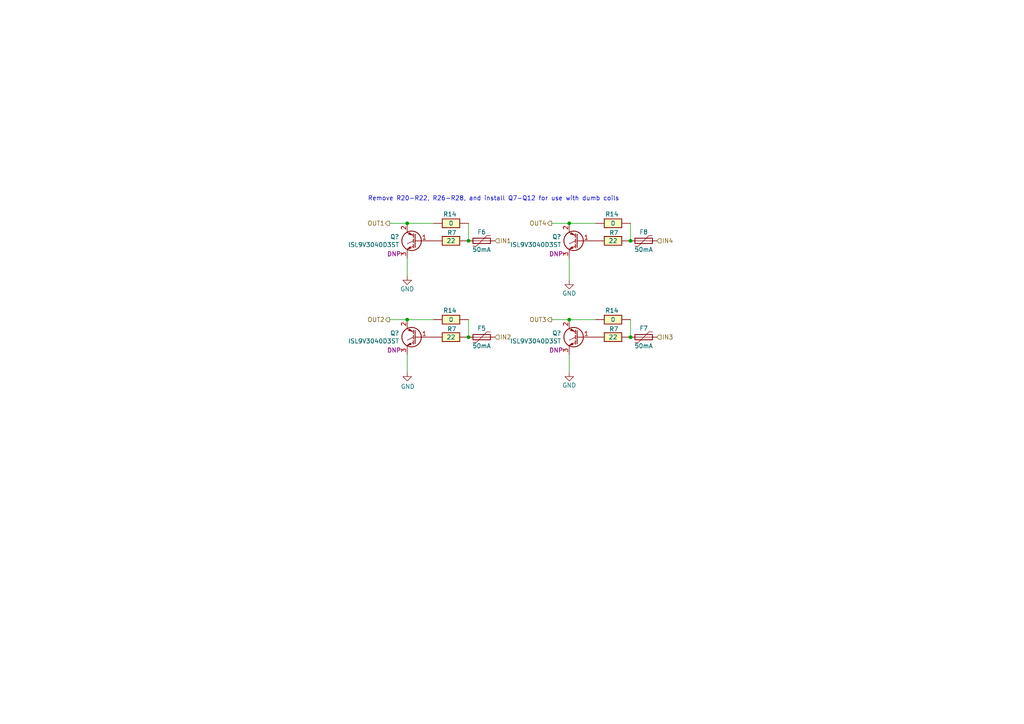
<source format=kicad_sch>
(kicad_sch (version 20250114) (generator "eeschema") (generator_version "9.0")
  (paper "A4")
  (title_block (title "UA4EFI") (date "2025-04-30") (rev "A"))
  (lib_symbols
    (symbol "Device:Polyfuse" (pin_numbers (hide yes)) (pin_names (offset 0))
      (property "Reference" "F" (at -2.54 0 90))
      (property "Value" "Polyfuse" (at 2.54 0 90))
      (symbol "Polyfuse_0_1"
        (polyline (pts (xy -1.524 2.54) (xy -1.524 1.524) (xy 1.524 -1.524) (xy 1.524 -2.54)))
        (rectangle (start -0.762 2.54) (end 0.762 -2.54) (stroke (width 0.254)))
        (polyline (pts (xy 0 2.54) (xy 0 -2.54)))
      )
      (symbol "Polyfuse_1_1"
        (pin passive line (at 0 3.81 270) (length 1.27) (name "~") (number "1"))
        (pin passive line (at 0 -3.81 90) (length 1.27) (name "~") (number "2"))
      )
    )
    (symbol "Device:Q_NIGBT_GCE" (pin_names (offset 0) (hide yes))
      (property "Reference" "Q" (at 5.08 1.27 0))
      (property "Value" "Q_NIGBT_GCE" (at 5.08 -1.27 0))
      (symbol "Q_NIGBT_GCE_0_1"
        (polyline (pts (xy 0.254 1.905) (xy 0.254 -1.905) (xy 0.254 -1.905)) (stroke (width 0.254)))
        (polyline (pts (xy 0.762 2.032) (xy 0.762 1.016)) (stroke (width 0.254)))
        (polyline (pts (xy 0.762 0.508) (xy 0.762 -0.508)) (stroke (width 0.254)))
        (polyline (pts (xy 0.762 -1.016) (xy 0.762 -2.032)) (stroke (width 0.254)))
        (circle (center 1.27 0) (radius 2.8194) (stroke (width 0.254)))
        (polyline (pts (xy 1.397 -2.159) (xy 1.651 -1.651) (xy 2.54 -2.413) (xy 1.397 -2.159)) (fill (type outline)))
        (polyline (pts (xy 2.159 1.905) (xy 1.905 2.413) (xy 1.016 1.651) (xy 2.159 1.905)) (fill (type outline)))
        (polyline (pts (xy 2.54 2.413) (xy 0.762 1.524)))
        (polyline (pts (xy 2.54 -0.889) (xy 0.762 0)))
        (polyline (pts (xy 2.54 -2.413) (xy 0.762 -1.524)))
      )
      (symbol "Q_NIGBT_GCE_1_1"
        (pin input line (at -5.08 0 0) (length 5.334) (name "G") (number "1"))
        (pin passive line (at 2.54 5.08 270) (length 2.54) (name "C") (number "2"))
        (pin passive line (at 2.54 -5.08 90) (length 2.54) (name "E") (number "3"))
      )
    )
    (symbol "hellen-one-common:Res" (pin_numbers (hide yes))
      (property "Reference" "R" (at 3.81 2.54 0))
      (property "Value" "Res" (at 5.08 -2.54 0))
      (symbol "Res_1_0"
        (rectangle (start 2.54 -1.27) (end 7.62 1.27) (stroke (width 0.254)) (fill (type background)))
        (pin passive line (at 0 0 0) (length 2.54) (name "") (number "1"))
        (pin passive line (at 10.16 0 180) (length 2.54) (name "") (number "2"))
      )
    )
    (symbol "power:GND" (power) (pin_numbers (hide yes)) (pin_names (offset 0) (hide yes))
      (property "Value" "GND" (at 0 -3.81 0))
      (symbol "GND_0_1"
        (polyline (pts (xy 0 0) (xy 0 -1.27) (xy 1.27 -1.27) (xy 0 -2.54) (xy -1.27 -1.27) (xy 0 -1.27)))
      )
      (symbol "GND_1_1"
        (pin power_in line (at 0 0 270) (length 0) (name "~") (number "1"))
      )
    )
  )
  (text "Remove R20-R22, R26-R28, and install Q7-Q12 for use with dumb coils" (at 106.68 58.42 0) (effects (font (size 1.27 1.27)) (justify left bottom)))
  (junction (at 118.11 64.77))
  (junction (at 165.1 92.71))
  (junction (at 135.89 69.85))
  (junction (at 118.11 92.71))
  (junction (at 135.89 97.79))
  (junction (at 165.1 64.77))
  (junction (at 182.88 69.85))
  (junction (at 182.88 97.79))
  (wire (pts (xy 182.88 64.77) (xy 182.88 69.85)))
  (wire (pts (xy 160.02 64.77) (xy 165.1 64.77)))
  (wire (pts (xy 118.11 102.87) (xy 118.11 107.95)))
  (wire (pts (xy 160.02 92.71) (xy 165.1 92.71)))
  (wire (pts (xy 118.11 74.93) (xy 118.11 80.01)))
  (wire (pts (xy 165.1 74.93) (xy 165.1 81.28)))
  (wire (pts (xy 135.89 92.71) (xy 135.89 97.79)))
  (wire (pts (xy 165.1 64.77) (xy 172.72 64.77)))
  (wire (pts (xy 182.88 92.71) (xy 182.88 97.79)))
  (wire (pts (xy 165.1 92.71) (xy 172.72 92.71)))
  (wire (pts (xy 113.03 64.77) (xy 118.11 64.77)))
  (wire (pts (xy 118.11 92.71) (xy 125.73 92.71)))
  (wire (pts (xy 165.1 102.87) (xy 165.1 107.95)))
  (wire (pts (xy 118.11 64.77) (xy 125.73 64.77)))
  (wire (pts (xy 113.03 92.71) (xy 118.11 92.71)))
  (wire (pts (xy 135.89 64.77) (xy 135.89 69.85)))
  (hierarchical_label "OUT1" (shape output) (at 113.03 64.77 180))
  (hierarchical_label "OUT3" (shape output) (at 160.02 92.71 180))
  (hierarchical_label "IN2" (shape input) (at 143.51 97.79 0))
  (hierarchical_label "OUT2" (shape output) (at 113.03 92.71 180))
  (hierarchical_label "IN3" (shape input) (at 190.5 97.79 0))
  (hierarchical_label "IN1" (shape input) (at 143.51 69.85 0))
  (hierarchical_label "OUT4" (shape output) (at 160.02 64.77 180))
  (hierarchical_label "IN4" (shape input) (at 190.5 69.85 0))
  (symbol (lib_id "Device:Q_NIGBT_GCE") (at 167.64 97.79 0) (mirror y) (unit 1)
    (property "Reference" "Q9" (at 162.7886 96.6216 0) (effects (justify left)))
    (property "Value" "ISL9V3040D3ST" (at 162.7886 98.933 0) (effects (justify left)))
    (property "Footprint" "Package_TO_SOT_SMD:TO-252-2" (effects (hide yes)))
    (property "MyComment" "DNP" (at 161.29 101.6 0))
    (instances (project "hellen-hyundai-pb-154" (path "" (reference "Q?") (unit 1)) (path "" (reference "Q?") (unit 1))) (project "DUMB_COILS4" (path "" (reference "Q?") (unit 1))) (project "uaefi" (path "" (reference "Q9") (unit 1))) (project "ign_quad" (path "" (reference "Q?") (unit 1))))
  )
  (symbol (lib_id "hellen-one-common:Res") (at 125.73 69.85 0) (mirror x) (unit 1)
    (property "Reference" "R17" (at 131.052 67.5018 0))
    (property "Value" "22" (at 130.81 69.85 0))
    (property "Footprint" "kicad6-libraries:R0603" (effects (hide yes)))
    (property "LCSC" "C23345" (effects (hide yes)))
    (instances (project "proteus81harley" (path "" (reference "R7") (unit 1))) (project "uaefi" (path "" (reference "R17") (unit 1))))
  )
  (symbol (lib_id "hellen-one-common:Res") (at 182.88 64.77 0) (mirror y) (unit 1)
    (property "Reference" "R26" (at 177.4796 62.1253 0))
    (property "Value" "0" (at 177.8 64.77 0))
    (property "Footprint" "Resistor_SMD:R_2512_6332Metric" (effects (hide yes)))
    (property "LCSC" "C25469" (effects (hide yes)))
    (instances (project "proteus81harley" (path "" (reference "R14") (unit 1))) (project "uaefi" (path "" (reference "R26") (unit 1))))
  )
  (symbol (lib_id "hellen-one-common:Res") (at 125.73 97.79 0) (mirror x) (unit 1)
    (property "Reference" "R18" (at 131.052 95.4418 0))
    (property "Value" "22" (at 130.81 97.79 0))
    (property "Footprint" "kicad6-libraries:R0603" (effects (hide yes)))
    (property "LCSC" "C23345" (effects (hide yes)))
    (instances (project "proteus81harley" (path "" (reference "R7") (unit 1))) (project "uaefi" (path "" (reference "R18") (unit 1))))
  )
  (symbol (lib_id "power:GND") (at 165.1 107.95 0) (unit 1)
    (property "Reference" "#PWR0101" (effects (hide yes)))
    (property "Value" "GND" (at 165.1 111.76 0))
    (property "Description" "Power symbol creates a global label with name \"GND\" , ground" (effects (hide yes)))
    (instances (project "hellen-hyundai-pb-154" (path "" (reference "#PWR?") (unit 1)) (path "" (reference "#PWR?") (unit 1))) (project "DUMB_COILS4" (path "" (reference "#PWR?") (unit 1))) (project "uaefi" (path "" (reference "#PWR0101") (unit 1))) (project "ign_quad" (path "" (reference "#PWR?") (unit 1))))
  )
  (symbol (lib_id "hellen-one-common:Res") (at 135.89 64.77 0) (mirror y) (unit 1)
    (property "Reference" "R20" (at 130.4896 62.1253 0))
    (property "Value" "0" (at 130.81 64.77 0))
    (property "Footprint" "Resistor_SMD:R_2512_6332Metric" (effects (hide yes)))
    (property "LCSC" "C25469" (effects (hide yes)))
    (instances (project "proteus81harley" (path "" (reference "R14") (unit 1))) (project "uaefi" (path "" (reference "R20") (unit 1))))
  )
  (symbol (lib_id "Device:Q_NIGBT_GCE") (at 120.65 69.85 0) (mirror y) (unit 1)
    (property "Reference" "Q7" (at 115.7986 68.6816 0) (effects (justify left)))
    (property "Value" "ISL9V3040D3ST" (at 115.7986 70.993 0) (effects (justify left)))
    (property "Footprint" "Package_TO_SOT_SMD:TO-252-2" (effects (hide yes)))
    (property "MyComment" "DNP" (at 114.3 73.66 0))
    (instances (project "hellen-hyundai-pb-154" (path "" (reference "Q?") (unit 1)) (path "" (reference "Q?") (unit 1))) (project "DUMB_COILS4" (path "" (reference "Q?") (unit 1))) (project "uaefi" (path "" (reference "Q7") (unit 1))) (project "ign_quad" (path "" (reference "Q?") (unit 1))))
  )
  (symbol (lib_id "hellen-one-common:Res") (at 172.72 97.79 0) (mirror x) (unit 1)
    (property "Reference" "R19" (at 178.042 95.4418 0))
    (property "Value" "22" (at 177.8 97.79 0))
    (property "Footprint" "kicad6-libraries:R0603" (effects (hide yes)))
    (property "LCSC" "C23345" (effects (hide yes)))
    (instances (project "proteus81harley" (path "" (reference "R7") (unit 1))) (project "uaefi" (path "" (reference "R19") (unit 1))))
  )
  (symbol (lib_id "Device:Q_NIGBT_GCE") (at 120.65 97.79 0) (mirror y) (unit 1)
    (property "Reference" "Q8" (at 115.7986 96.6216 0) (effects (justify left)))
    (property "Value" "ISL9V3040D3ST" (at 115.7986 98.933 0) (effects (justify left)))
    (property "Footprint" "Package_TO_SOT_SMD:TO-252-2" (effects (hide yes)))
    (property "MyComment" "DNP" (at 114.3 101.6 0))
    (instances (project "hellen-hyundai-pb-154" (path "" (reference "Q?") (unit 1)) (path "" (reference "Q?") (unit 1))) (project "DUMB_COILS4" (path "" (reference "Q?") (unit 1))) (project "uaefi" (path "" (reference "Q8") (unit 1))) (project "ign_quad" (path "" (reference "Q?") (unit 1))))
  )
  (symbol (lib_id "power:GND") (at 118.11 80.01 0) (unit 1)
    (property "Reference" "#PWR099" (effects (hide yes)))
    (property "Value" "GND" (at 118.11 83.82 0))
    (property "Description" "Power symbol creates a global label with name \"GND\" , ground" (effects (hide yes)))
    (instances (project "hellen-hyundai-pb-154" (path "" (reference "#PWR?") (unit 1)) (path "" (reference "#PWR?") (unit 1))) (project "DUMB_COILS4" (path "" (reference "#PWR?") (unit 1))) (project "uaefi" (path "" (reference "#PWR099") (unit 1))) (project "ign_quad" (path "" (reference "#PWR?") (unit 1))))
  )
  (symbol (lib_id "Device:Polyfuse") (at 139.7 69.85 90) (unit 1)
    (property "Reference" "F6" (at 139.7 67.31 90))
    (property "Value" "50mA" (at 139.7 72.39 90))
    (property "Footprint" "Fuse:Fuse_0603_1608Metric" (effects (hide yes)))
    (property "LCSC" "C369141" (effects (hide yes)))
  )
  (symbol (lib_id "Device:Q_NIGBT_GCE") (at 167.64 69.85 0) (mirror y) (unit 1)
    (property "Reference" "Q10" (at 162.7886 68.6816 0) (effects (justify left)))
    (property "Value" "ISL9V3040D3ST" (at 162.7886 70.993 0) (effects (justify left)))
    (property "Footprint" "Package_TO_SOT_SMD:TO-252-2" (effects (hide yes)))
    (property "MyComment" "DNP" (at 161.29 73.66 0))
    (instances (project "hellen-hyundai-pb-154" (path "" (reference "Q?") (unit 1)) (path "" (reference "Q?") (unit 1))) (project "DUMB_COILS4" (path "" (reference "Q?") (unit 1))) (project "uaefi" (path "" (reference "Q10") (unit 1))) (project "ign_quad" (path "" (reference "Q?") (unit 1))))
  )
  (symbol (lib_id "Device:Polyfuse") (at 139.7 97.79 90) (unit 1)
    (property "Reference" "F5" (at 139.7 95.25 90))
    (property "Value" "50mA" (at 139.7 100.33 90))
    (property "Footprint" "Fuse:Fuse_0603_1608Metric" (effects (hide yes)))
    (property "LCSC" "C369141" (effects (hide yes)))
  )
  (symbol (lib_id "power:GND") (at 165.1 81.28 0) (unit 1)
    (property "Reference" "#PWR0102" (effects (hide yes)))
    (property "Value" "GND" (at 165.1 85.09 0))
    (property "Description" "Power symbol creates a global label with name \"GND\" , ground" (effects (hide yes)))
    (instances (project "hellen-hyundai-pb-154" (path "" (reference "#PWR?") (unit 1)) (path "" (reference "#PWR?") (unit 1))) (project "DUMB_COILS4" (path "" (reference "#PWR?") (unit 1))) (project "uaefi" (path "" (reference "#PWR0102") (unit 1))) (project "ign_quad" (path "" (reference "#PWR?") (unit 1))))
  )
  (symbol (lib_id "hellen-one-common:Res") (at 135.89 92.71 0) (mirror y) (unit 1)
    (property "Reference" "R21" (at 130.4896 90.0653 0))
    (property "Value" "0" (at 130.81 92.71 0))
    (property "Footprint" "Resistor_SMD:R_2512_6332Metric" (effects (hide yes)))
    (property "LCSC" "C25469" (effects (hide yes)))
    (instances (project "proteus81harley" (path "" (reference "R14") (unit 1))) (project "uaefi" (path "" (reference "R21") (unit 1))))
  )
  (symbol (lib_id "hellen-one-common:Res") (at 172.72 69.85 0) (mirror x) (unit 1)
    (property "Reference" "R23" (at 178.042 67.5018 0))
    (property "Value" "22" (at 177.8 69.85 0))
    (property "Footprint" "kicad6-libraries:R0603" (effects (hide yes)))
    (property "LCSC" "C23345" (effects (hide yes)))
    (instances (project "proteus81harley" (path "" (reference "R7") (unit 1))) (project "uaefi" (path "" (reference "R23") (unit 1))))
  )
  (symbol (lib_id "power:GND") (at 118.11 107.95 0) (unit 1)
    (property "Reference" "#PWR0100" (effects (hide yes)))
    (property "Value" "GND" (at 118.2594 112.121 0))
    (property "Description" "Power symbol creates a global label with name \"GND\" , ground" (effects (hide yes)))
    (instances (project "hellen-hyundai-pb-154" (path "" (reference "#PWR?") (unit 1)) (path "" (reference "#PWR?") (unit 1))) (project "DUMB_COILS4" (path "" (reference "#PWR?") (unit 1))) (project "uaefi" (path "" (reference "#PWR0100") (unit 1))) (project "ign_quad" (path "" (reference "#PWR?") (unit 1))))
  )
  (symbol (lib_id "hellen-one-common:Res") (at 182.88 92.71 0) (mirror y) (unit 1)
    (property "Reference" "R22" (at 177.4796 90.0653 0))
    (property "Value" "0" (at 177.8 92.71 0))
    (property "Footprint" "Resistor_SMD:R_2512_6332Metric" (effects (hide yes)))
    (property "LCSC" "C25469" (effects (hide yes)))
    (instances (project "proteus81harley" (path "" (reference "R14") (unit 1))) (project "uaefi" (path "" (reference "R22") (unit 1))))
  )
  (symbol (lib_id "Device:Polyfuse") (at 186.69 69.85 90) (unit 1)
    (property "Reference" "F8" (at 186.69 67.31 90))
    (property "Value" "50mA" (at 186.69 72.39 90))
    (property "Footprint" "Fuse:Fuse_0603_1608Metric" (effects (hide yes)))
    (property "LCSC" "C369141" (effects (hide yes)))
  )
  (symbol (lib_id "Device:Polyfuse") (at 186.69 97.79 90) (unit 1)
    (property "Reference" "F7" (at 186.69 95.25 90))
    (property "Value" "50mA" (at 186.69 100.33 90))
    (property "Footprint" "Fuse:Fuse_0603_1608Metric" (effects (hide yes)))
    (property "LCSC" "C369141" (effects (hide yes)))
  )
)
</source>
